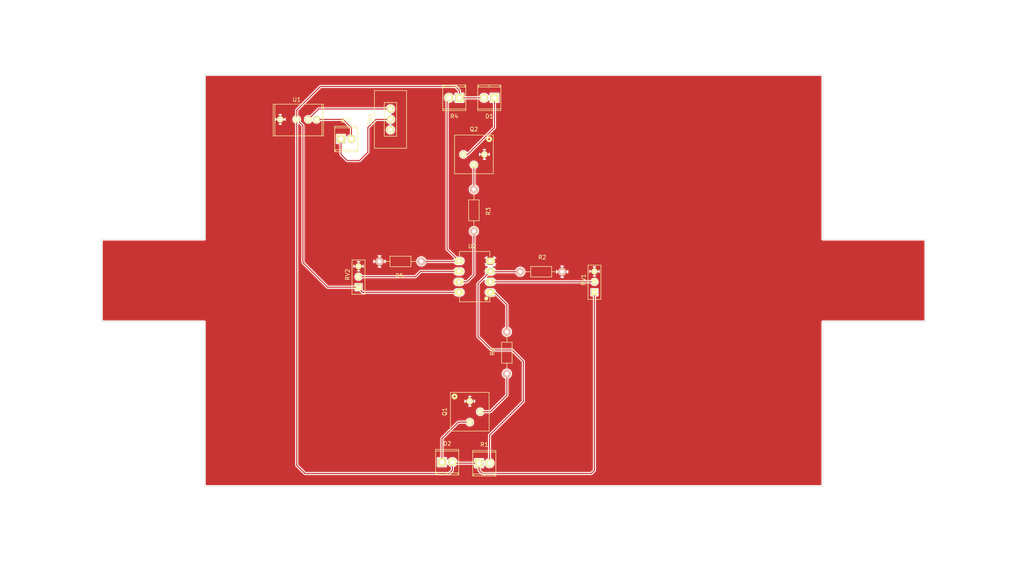
<source format=kicad_pcb>
(kicad_pcb (version 4) (host pcbnew 4.0.2+dfsg1-stable)

  (general
    (links 29)
    (no_connects 0)
    (area 19 27 267.500001 163.500001)
    (thickness 1.6)
    (drawings 12)
    (tracks 78)
    (zones 0)
    (modules 16)
    (nets 17)
  )

  (page A4)
  (layers
    (0 F.Cu signal)
    (31 B.Cu signal)
    (32 B.Adhes user)
    (33 F.Adhes user)
    (34 B.Paste user)
    (35 F.Paste user)
    (36 B.SilkS user)
    (37 F.SilkS user)
    (38 B.Mask user)
    (39 F.Mask user)
    (40 Dwgs.User user)
    (41 Cmts.User user)
    (42 Eco1.User user)
    (43 Eco2.User user)
    (44 Edge.Cuts user)
    (45 Margin user)
    (46 B.CrtYd user)
    (47 F.CrtYd user)
    (48 B.Fab user)
    (49 F.Fab user)
  )

  (setup
    (last_trace_width 0.25)
    (trace_clearance 0.2)
    (zone_clearance 0.25)
    (zone_45_only no)
    (trace_min 0.2)
    (segment_width 0.2)
    (edge_width 0.15)
    (via_size 0.6)
    (via_drill 0.4)
    (via_min_size 0.4)
    (via_min_drill 0.3)
    (uvia_size 0.3)
    (uvia_drill 0.1)
    (uvias_allowed no)
    (uvia_min_size 0.2)
    (uvia_min_drill 0.1)
    (pcb_text_width 0.3)
    (pcb_text_size 1.5 1.5)
    (mod_edge_width 0.15)
    (mod_text_size 1 1)
    (mod_text_width 0.15)
    (pad_size 1.524 1.524)
    (pad_drill 0.762)
    (pad_to_mask_clearance 0.2)
    (aux_axis_origin 0 0)
    (visible_elements FFFFFF7F)
    (pcbplotparams
      (layerselection 0x00030_80000001)
      (usegerberextensions false)
      (excludeedgelayer true)
      (linewidth 0.100000)
      (plotframeref false)
      (viasonmask false)
      (mode 1)
      (useauxorigin false)
      (hpglpennumber 1)
      (hpglpenspeed 20)
      (hpglpendiameter 15)
      (hpglpenoverlay 2)
      (psnegative false)
      (psa4output false)
      (plotreference true)
      (plotvalue true)
      (plotinvisibletext false)
      (padsonsilk false)
      (subtractmaskfromsilk false)
      (outputformat 1)
      (mirror false)
      (drillshape 1)
      (scaleselection 1)
      (outputdirectory ""))
  )

  (net 0 "")
  (net 1 "Net-(BT1-Pad2)")
  (net 2 "Net-(BT1-Pad1)")
  (net 3 "Net-(D1-Pad2)")
  (net 4 "Net-(D1-Pad1)")
  (net 5 "Net-(D2-Pad1)")
  (net 6 "Net-(Q1-Pad2)")
  (net 7 "Net-(Q2-Pad2)")
  (net 8 "Net-(R1-Pad2)")
  (net 9 "Net-(R3-Pad2)")
  (net 10 "Net-(R4-Pad2)")
  (net 11 "Net-(R6-Pad2)")
  (net 12 "Net-(RV1-Pad2)")
  (net 13 "Net-(RV2-Pad2)")
  (net 14 "Net-(SW1-Pad1)")
  (net 15 "Net-(SW1-Pad3)")
  (net 16 GND)

  (net_class Default "This is the default net class."
    (clearance 0.2)
    (trace_width 0.25)
    (via_dia 0.6)
    (via_drill 0.4)
    (uvia_dia 0.3)
    (uvia_drill 0.1)
    (add_net GND)
    (add_net "Net-(BT1-Pad1)")
    (add_net "Net-(BT1-Pad2)")
    (add_net "Net-(D1-Pad1)")
    (add_net "Net-(D1-Pad2)")
    (add_net "Net-(D2-Pad1)")
    (add_net "Net-(Q1-Pad2)")
    (add_net "Net-(Q2-Pad2)")
    (add_net "Net-(R1-Pad2)")
    (add_net "Net-(R3-Pad2)")
    (add_net "Net-(R4-Pad2)")
    (add_net "Net-(R6-Pad2)")
    (add_net "Net-(RV1-Pad2)")
    (add_net "Net-(RV2-Pad2)")
    (add_net "Net-(SW1-Pad1)")
    (add_net "Net-(SW1-Pad3)")
  )

  (module optojig-footprints:TerminalBlock_Buchanan_2way (layer F.Cu) (tedit 5AFC4D17) (tstamp 5AFD90FA)
    (at 101.75 60.75)
    (descr "2-way 2.54mm pitch terminal block, Phoenix MPT series")
    (path /5AF87C1E)
    (fp_text reference BT1 (at 1.27 -4.50088) (layer F.SilkS)
      (effects (font (size 1 1) (thickness 0.15)))
    )
    (fp_text value Battery_Cell (at 1.27 4.50088) (layer F.Fab)
      (effects (font (size 1 1) (thickness 0.15)))
    )
    (fp_line (start -1.7 -3.3) (end 4.3 -3.3) (layer F.CrtYd) (width 0.05))
    (fp_line (start -1.7 3.3) (end -1.7 -3.3) (layer F.CrtYd) (width 0.05))
    (fp_line (start 4.3 3.3) (end -1.7 3.3) (layer F.CrtYd) (width 0.05))
    (fp_line (start 4.3 -3.3) (end 4.3 3.3) (layer F.CrtYd) (width 0.05))
    (fp_line (start 4.06908 2.60096) (end -1.52908 2.60096) (layer F.SilkS) (width 0.15))
    (fp_line (start -1.33096 3.0988) (end -1.33096 2.60096) (layer F.SilkS) (width 0.15))
    (fp_line (start 3.87096 2.60096) (end 3.87096 3.0988) (layer F.SilkS) (width 0.15))
    (fp_line (start 1.27 3.0988) (end 1.27 2.60096) (layer F.SilkS) (width 0.15))
    (fp_line (start -1.52908 -2.70002) (end 4.06908 -2.70002) (layer F.SilkS) (width 0.15))
    (fp_line (start -1.52908 3.0988) (end 4.06908 3.0988) (layer F.SilkS) (width 0.15))
    (fp_line (start 4.06908 3.0988) (end 4.06908 -3.0988) (layer F.SilkS) (width 0.15))
    (fp_line (start 4.06908 -3.0988) (end -1.52908 -3.0988) (layer F.SilkS) (width 0.15))
    (fp_line (start -1.52908 -3.0988) (end -1.52908 3.0988) (layer F.SilkS) (width 0.15))
    (pad 2 thru_hole oval (at 2.54 0) (size 1.99898 1.99898) (drill 1.09728) (layers *.Cu *.Mask F.SilkS)
      (net 1 "Net-(BT1-Pad2)"))
    (pad 1 thru_hole rect (at 0 0) (size 1.99898 1.99898) (drill 1.09728) (layers *.Cu *.Mask F.SilkS)
      (net 2 "Net-(BT1-Pad1)"))
    (model Terminal_Blocks.3dshapes/TerminalBlock_Pheonix_MPT-2.54mm_2pol.wrl
      (at (xyz 0.05 0 0))
      (scale (xyz 1 1 1))
      (rotate (xyz 0 0 0))
    )
  )

  (module optojig-footprints:TerminalBlock_Buchanan_2way (layer F.Cu) (tedit 5AFC4D17) (tstamp 5AFD910D)
    (at 139 50.75 180)
    (descr "2-way 2.54mm pitch terminal block, Phoenix MPT series")
    (path /5AF87A5A)
    (fp_text reference D1 (at 1.27 -4.50088 180) (layer F.SilkS)
      (effects (font (size 1 1) (thickness 0.15)))
    )
    (fp_text value LED (at 1.27 4.50088 180) (layer F.Fab)
      (effects (font (size 1 1) (thickness 0.15)))
    )
    (fp_line (start -1.7 -3.3) (end 4.3 -3.3) (layer F.CrtYd) (width 0.05))
    (fp_line (start -1.7 3.3) (end -1.7 -3.3) (layer F.CrtYd) (width 0.05))
    (fp_line (start 4.3 3.3) (end -1.7 3.3) (layer F.CrtYd) (width 0.05))
    (fp_line (start 4.3 -3.3) (end 4.3 3.3) (layer F.CrtYd) (width 0.05))
    (fp_line (start 4.06908 2.60096) (end -1.52908 2.60096) (layer F.SilkS) (width 0.15))
    (fp_line (start -1.33096 3.0988) (end -1.33096 2.60096) (layer F.SilkS) (width 0.15))
    (fp_line (start 3.87096 2.60096) (end 3.87096 3.0988) (layer F.SilkS) (width 0.15))
    (fp_line (start 1.27 3.0988) (end 1.27 2.60096) (layer F.SilkS) (width 0.15))
    (fp_line (start -1.52908 -2.70002) (end 4.06908 -2.70002) (layer F.SilkS) (width 0.15))
    (fp_line (start -1.52908 3.0988) (end 4.06908 3.0988) (layer F.SilkS) (width 0.15))
    (fp_line (start 4.06908 3.0988) (end 4.06908 -3.0988) (layer F.SilkS) (width 0.15))
    (fp_line (start 4.06908 -3.0988) (end -1.52908 -3.0988) (layer F.SilkS) (width 0.15))
    (fp_line (start -1.52908 -3.0988) (end -1.52908 3.0988) (layer F.SilkS) (width 0.15))
    (pad 2 thru_hole oval (at 2.54 0 180) (size 1.99898 1.99898) (drill 1.09728) (layers *.Cu *.Mask F.SilkS)
      (net 3 "Net-(D1-Pad2)"))
    (pad 1 thru_hole rect (at 0 0 180) (size 1.99898 1.99898) (drill 1.09728) (layers *.Cu *.Mask F.SilkS)
      (net 4 "Net-(D1-Pad1)"))
    (model Terminal_Blocks.3dshapes/TerminalBlock_Pheonix_MPT-2.54mm_2pol.wrl
      (at (xyz 0.05 0 0))
      (scale (xyz 1 1 1))
      (rotate (xyz 0 0 0))
    )
  )

  (module optojig-footprints:TerminalBlock_Buchanan_2way (layer F.Cu) (tedit 5AFC4D17) (tstamp 5AFD9120)
    (at 126.25 139.25)
    (descr "2-way 2.54mm pitch terminal block, Phoenix MPT series")
    (path /5AFB1731)
    (fp_text reference D2 (at 1.27 -4.50088) (layer F.SilkS)
      (effects (font (size 1 1) (thickness 0.15)))
    )
    (fp_text value LED (at 1.27 4.50088) (layer F.Fab)
      (effects (font (size 1 1) (thickness 0.15)))
    )
    (fp_line (start -1.7 -3.3) (end 4.3 -3.3) (layer F.CrtYd) (width 0.05))
    (fp_line (start -1.7 3.3) (end -1.7 -3.3) (layer F.CrtYd) (width 0.05))
    (fp_line (start 4.3 3.3) (end -1.7 3.3) (layer F.CrtYd) (width 0.05))
    (fp_line (start 4.3 -3.3) (end 4.3 3.3) (layer F.CrtYd) (width 0.05))
    (fp_line (start 4.06908 2.60096) (end -1.52908 2.60096) (layer F.SilkS) (width 0.15))
    (fp_line (start -1.33096 3.0988) (end -1.33096 2.60096) (layer F.SilkS) (width 0.15))
    (fp_line (start 3.87096 2.60096) (end 3.87096 3.0988) (layer F.SilkS) (width 0.15))
    (fp_line (start 1.27 3.0988) (end 1.27 2.60096) (layer F.SilkS) (width 0.15))
    (fp_line (start -1.52908 -2.70002) (end 4.06908 -2.70002) (layer F.SilkS) (width 0.15))
    (fp_line (start -1.52908 3.0988) (end 4.06908 3.0988) (layer F.SilkS) (width 0.15))
    (fp_line (start 4.06908 3.0988) (end 4.06908 -3.0988) (layer F.SilkS) (width 0.15))
    (fp_line (start 4.06908 -3.0988) (end -1.52908 -3.0988) (layer F.SilkS) (width 0.15))
    (fp_line (start -1.52908 -3.0988) (end -1.52908 3.0988) (layer F.SilkS) (width 0.15))
    (pad 2 thru_hole oval (at 2.54 0) (size 1.99898 1.99898) (drill 1.09728) (layers *.Cu *.Mask F.SilkS)
      (net 3 "Net-(D1-Pad2)"))
    (pad 1 thru_hole rect (at 0 0) (size 1.99898 1.99898) (drill 1.09728) (layers *.Cu *.Mask F.SilkS)
      (net 5 "Net-(D2-Pad1)"))
    (model Terminal_Blocks.3dshapes/TerminalBlock_Pheonix_MPT-2.54mm_2pol.wrl
      (at (xyz 0.05 0 0))
      (scale (xyz 1 1 1))
      (rotate (xyz 0 0 0))
    )
  )

  (module optojig-footprints:TO-39 (layer F.Cu) (tedit 5AFD3FF7) (tstamp 5AFD912C)
    (at 133 127 270)
    (path /5AFD3DB0)
    (fp_text reference Q1 (at 0 6.1 270) (layer F.SilkS)
      (effects (font (size 1 1) (thickness 0.15)))
    )
    (fp_text value 2N2219 (at 0.1 -5.9 270) (layer F.Fab)
      (effects (font (size 1 1) (thickness 0.15)))
    )
    (fp_circle (center -3.7 3.7) (end -3.6 3.9) (layer F.SilkS) (width 0.5))
    (fp_line (start 4.7 -4.7) (end 4.7 4.7) (layer F.SilkS) (width 0.15))
    (fp_line (start 4.7 4.7) (end -4.7 4.7) (layer F.SilkS) (width 0.15))
    (fp_line (start -4.7 4.7) (end -4.7 -4.7) (layer F.SilkS) (width 0.15))
    (fp_line (start -4.7 -4.7) (end 4.7 -4.7) (layer F.SilkS) (width 0.15))
    (pad 1 thru_hole circle (at -2.54 0 270) (size 1.6 1.6) (drill 0.7) (layers *.Cu *.Mask F.SilkS)
      (net 16 GND))
    (pad 2 thru_hole circle (at 0 -2.54 270) (size 1.6 1.6) (drill 0.7) (layers *.Cu *.Mask F.SilkS)
      (net 6 "Net-(Q1-Pad2)"))
    (pad 3 thru_hole circle (at 2.54 0 270) (size 1.6 1.6) (drill 0.7) (layers *.Cu *.Mask F.SilkS)
      (net 5 "Net-(D2-Pad1)"))
  )

  (module optojig-footprints:TO-39 (layer F.Cu) (tedit 5AFD3FF7) (tstamp 5AFD9138)
    (at 134 64.5 180)
    (path /5AFD3E31)
    (fp_text reference Q2 (at 0 6.1 180) (layer F.SilkS)
      (effects (font (size 1 1) (thickness 0.15)))
    )
    (fp_text value 2N2219 (at 0.1 -5.9 180) (layer F.Fab)
      (effects (font (size 1 1) (thickness 0.15)))
    )
    (fp_circle (center -3.7 3.7) (end -3.6 3.9) (layer F.SilkS) (width 0.5))
    (fp_line (start 4.7 -4.7) (end 4.7 4.7) (layer F.SilkS) (width 0.15))
    (fp_line (start 4.7 4.7) (end -4.7 4.7) (layer F.SilkS) (width 0.15))
    (fp_line (start -4.7 4.7) (end -4.7 -4.7) (layer F.SilkS) (width 0.15))
    (fp_line (start -4.7 -4.7) (end 4.7 -4.7) (layer F.SilkS) (width 0.15))
    (pad 1 thru_hole circle (at -2.54 0 180) (size 1.6 1.6) (drill 0.7) (layers *.Cu *.Mask F.SilkS)
      (net 16 GND))
    (pad 2 thru_hole circle (at 0 -2.54 180) (size 1.6 1.6) (drill 0.7) (layers *.Cu *.Mask F.SilkS)
      (net 7 "Net-(Q2-Pad2)"))
    (pad 3 thru_hole circle (at 2.54 0 180) (size 1.6 1.6) (drill 0.7) (layers *.Cu *.Mask F.SilkS)
      (net 4 "Net-(D1-Pad1)"))
  )

  (module optojig-footprints:TerminalBlock_Buchanan_2way (layer F.Cu) (tedit 5AFC4D17) (tstamp 5AFD914B)
    (at 135.25 139.5)
    (descr "2-way 2.54mm pitch terminal block, Phoenix MPT series")
    (path /5AF8784F)
    (fp_text reference R1 (at 1.27 -4.50088) (layer F.SilkS)
      (effects (font (size 1 1) (thickness 0.15)))
    )
    (fp_text value LDR03 (at 1.27 4.50088) (layer F.Fab)
      (effects (font (size 1 1) (thickness 0.15)))
    )
    (fp_line (start -1.7 -3.3) (end 4.3 -3.3) (layer F.CrtYd) (width 0.05))
    (fp_line (start -1.7 3.3) (end -1.7 -3.3) (layer F.CrtYd) (width 0.05))
    (fp_line (start 4.3 3.3) (end -1.7 3.3) (layer F.CrtYd) (width 0.05))
    (fp_line (start 4.3 -3.3) (end 4.3 3.3) (layer F.CrtYd) (width 0.05))
    (fp_line (start 4.06908 2.60096) (end -1.52908 2.60096) (layer F.SilkS) (width 0.15))
    (fp_line (start -1.33096 3.0988) (end -1.33096 2.60096) (layer F.SilkS) (width 0.15))
    (fp_line (start 3.87096 2.60096) (end 3.87096 3.0988) (layer F.SilkS) (width 0.15))
    (fp_line (start 1.27 3.0988) (end 1.27 2.60096) (layer F.SilkS) (width 0.15))
    (fp_line (start -1.52908 -2.70002) (end 4.06908 -2.70002) (layer F.SilkS) (width 0.15))
    (fp_line (start -1.52908 3.0988) (end 4.06908 3.0988) (layer F.SilkS) (width 0.15))
    (fp_line (start 4.06908 3.0988) (end 4.06908 -3.0988) (layer F.SilkS) (width 0.15))
    (fp_line (start 4.06908 -3.0988) (end -1.52908 -3.0988) (layer F.SilkS) (width 0.15))
    (fp_line (start -1.52908 -3.0988) (end -1.52908 3.0988) (layer F.SilkS) (width 0.15))
    (pad 2 thru_hole oval (at 2.54 0) (size 1.99898 1.99898) (drill 1.09728) (layers *.Cu *.Mask F.SilkS)
      (net 8 "Net-(R1-Pad2)"))
    (pad 1 thru_hole rect (at 0 0) (size 1.99898 1.99898) (drill 1.09728) (layers *.Cu *.Mask F.SilkS)
      (net 3 "Net-(D1-Pad2)"))
    (model Terminal_Blocks.3dshapes/TerminalBlock_Pheonix_MPT-2.54mm_2pol.wrl
      (at (xyz 0.05 0 0))
      (scale (xyz 1 1 1))
      (rotate (xyz 0 0 0))
    )
  )

  (module Resistors_ThroughHole:Resistor_Horizontal_RM10mm (layer F.Cu) (tedit 56648415) (tstamp 5AFD9151)
    (at 145.25 93)
    (descr "Resistor, Axial,  RM 10mm, 1/3W")
    (tags "Resistor Axial RM 10mm 1/3W")
    (path /5AF877B1)
    (fp_text reference R2 (at 5.32892 -3.50012) (layer F.SilkS)
      (effects (font (size 1 1) (thickness 0.15)))
    )
    (fp_text value 680R (at 5.08 3.81) (layer F.Fab)
      (effects (font (size 1 1) (thickness 0.15)))
    )
    (fp_line (start -1.25 -1.5) (end 11.4 -1.5) (layer F.CrtYd) (width 0.05))
    (fp_line (start -1.25 1.5) (end -1.25 -1.5) (layer F.CrtYd) (width 0.05))
    (fp_line (start 11.4 -1.5) (end 11.4 1.5) (layer F.CrtYd) (width 0.05))
    (fp_line (start -1.25 1.5) (end 11.4 1.5) (layer F.CrtYd) (width 0.05))
    (fp_line (start 2.54 -1.27) (end 7.62 -1.27) (layer F.SilkS) (width 0.15))
    (fp_line (start 7.62 -1.27) (end 7.62 1.27) (layer F.SilkS) (width 0.15))
    (fp_line (start 7.62 1.27) (end 2.54 1.27) (layer F.SilkS) (width 0.15))
    (fp_line (start 2.54 1.27) (end 2.54 -1.27) (layer F.SilkS) (width 0.15))
    (fp_line (start 2.54 0) (end 1.27 0) (layer F.SilkS) (width 0.15))
    (fp_line (start 7.62 0) (end 8.89 0) (layer F.SilkS) (width 0.15))
    (pad 1 thru_hole circle (at 0 0) (size 1.99898 1.99898) (drill 1.00076) (layers *.Cu *.SilkS *.Mask)
      (net 8 "Net-(R1-Pad2)"))
    (pad 2 thru_hole circle (at 10.16 0) (size 1.99898 1.99898) (drill 1.00076) (layers *.Cu *.SilkS *.Mask)
      (net 16 GND))
    (model Resistors_ThroughHole.3dshapes/Resistor_Horizontal_RM10mm.wrl
      (at (xyz 0 0 0))
      (scale (xyz 0.4 0.4 0.4))
      (rotate (xyz 0 0 0))
    )
  )

  (module Resistors_ThroughHole:Resistor_Horizontal_RM10mm (layer F.Cu) (tedit 56648415) (tstamp 5AFD9157)
    (at 134 73 270)
    (descr "Resistor, Axial,  RM 10mm, 1/3W")
    (tags "Resistor Axial RM 10mm 1/3W")
    (path /5AF879E1)
    (fp_text reference R3 (at 5.32892 -3.50012 270) (layer F.SilkS)
      (effects (font (size 1 1) (thickness 0.15)))
    )
    (fp_text value 1k (at 5.08 3.81 270) (layer F.Fab)
      (effects (font (size 1 1) (thickness 0.15)))
    )
    (fp_line (start -1.25 -1.5) (end 11.4 -1.5) (layer F.CrtYd) (width 0.05))
    (fp_line (start -1.25 1.5) (end -1.25 -1.5) (layer F.CrtYd) (width 0.05))
    (fp_line (start 11.4 -1.5) (end 11.4 1.5) (layer F.CrtYd) (width 0.05))
    (fp_line (start -1.25 1.5) (end 11.4 1.5) (layer F.CrtYd) (width 0.05))
    (fp_line (start 2.54 -1.27) (end 7.62 -1.27) (layer F.SilkS) (width 0.15))
    (fp_line (start 7.62 -1.27) (end 7.62 1.27) (layer F.SilkS) (width 0.15))
    (fp_line (start 7.62 1.27) (end 2.54 1.27) (layer F.SilkS) (width 0.15))
    (fp_line (start 2.54 1.27) (end 2.54 -1.27) (layer F.SilkS) (width 0.15))
    (fp_line (start 2.54 0) (end 1.27 0) (layer F.SilkS) (width 0.15))
    (fp_line (start 7.62 0) (end 8.89 0) (layer F.SilkS) (width 0.15))
    (pad 1 thru_hole circle (at 0 0 270) (size 1.99898 1.99898) (drill 1.00076) (layers *.Cu *.SilkS *.Mask)
      (net 7 "Net-(Q2-Pad2)"))
    (pad 2 thru_hole circle (at 10.16 0 270) (size 1.99898 1.99898) (drill 1.00076) (layers *.Cu *.SilkS *.Mask)
      (net 9 "Net-(R3-Pad2)"))
    (model Resistors_ThroughHole.3dshapes/Resistor_Horizontal_RM10mm.wrl
      (at (xyz 0 0 0))
      (scale (xyz 0.4 0.4 0.4))
      (rotate (xyz 0 0 0))
    )
  )

  (module optojig-footprints:TerminalBlock_Buchanan_2way (layer F.Cu) (tedit 5AFC4D17) (tstamp 5AFD916A)
    (at 130.5 50.75 180)
    (descr "2-way 2.54mm pitch terminal block, Phoenix MPT series")
    (path /5AF88644)
    (fp_text reference R4 (at 1.27 -4.50088 180) (layer F.SilkS)
      (effects (font (size 1 1) (thickness 0.15)))
    )
    (fp_text value LDR03 (at 1.27 4.50088 180) (layer F.Fab)
      (effects (font (size 1 1) (thickness 0.15)))
    )
    (fp_line (start -1.7 -3.3) (end 4.3 -3.3) (layer F.CrtYd) (width 0.05))
    (fp_line (start -1.7 3.3) (end -1.7 -3.3) (layer F.CrtYd) (width 0.05))
    (fp_line (start 4.3 3.3) (end -1.7 3.3) (layer F.CrtYd) (width 0.05))
    (fp_line (start 4.3 -3.3) (end 4.3 3.3) (layer F.CrtYd) (width 0.05))
    (fp_line (start 4.06908 2.60096) (end -1.52908 2.60096) (layer F.SilkS) (width 0.15))
    (fp_line (start -1.33096 3.0988) (end -1.33096 2.60096) (layer F.SilkS) (width 0.15))
    (fp_line (start 3.87096 2.60096) (end 3.87096 3.0988) (layer F.SilkS) (width 0.15))
    (fp_line (start 1.27 3.0988) (end 1.27 2.60096) (layer F.SilkS) (width 0.15))
    (fp_line (start -1.52908 -2.70002) (end 4.06908 -2.70002) (layer F.SilkS) (width 0.15))
    (fp_line (start -1.52908 3.0988) (end 4.06908 3.0988) (layer F.SilkS) (width 0.15))
    (fp_line (start 4.06908 3.0988) (end 4.06908 -3.0988) (layer F.SilkS) (width 0.15))
    (fp_line (start 4.06908 -3.0988) (end -1.52908 -3.0988) (layer F.SilkS) (width 0.15))
    (fp_line (start -1.52908 -3.0988) (end -1.52908 3.0988) (layer F.SilkS) (width 0.15))
    (pad 2 thru_hole oval (at 2.54 0 180) (size 1.99898 1.99898) (drill 1.09728) (layers *.Cu *.Mask F.SilkS)
      (net 10 "Net-(R4-Pad2)"))
    (pad 1 thru_hole rect (at 0 0 180) (size 1.99898 1.99898) (drill 1.09728) (layers *.Cu *.Mask F.SilkS)
      (net 3 "Net-(D1-Pad2)"))
    (model Terminal_Blocks.3dshapes/TerminalBlock_Pheonix_MPT-2.54mm_2pol.wrl
      (at (xyz 0.05 0 0))
      (scale (xyz 1 1 1))
      (rotate (xyz 0 0 0))
    )
  )

  (module Resistors_ThroughHole:Resistor_Horizontal_RM10mm (layer F.Cu) (tedit 56648415) (tstamp 5AFD9170)
    (at 121.25 90.5 180)
    (descr "Resistor, Axial,  RM 10mm, 1/3W")
    (tags "Resistor Axial RM 10mm 1/3W")
    (path /5AF8863E)
    (fp_text reference R5 (at 5.32892 -3.50012 180) (layer F.SilkS)
      (effects (font (size 1 1) (thickness 0.15)))
    )
    (fp_text value 680R (at 5.08 3.81 180) (layer F.Fab)
      (effects (font (size 1 1) (thickness 0.15)))
    )
    (fp_line (start -1.25 -1.5) (end 11.4 -1.5) (layer F.CrtYd) (width 0.05))
    (fp_line (start -1.25 1.5) (end -1.25 -1.5) (layer F.CrtYd) (width 0.05))
    (fp_line (start 11.4 -1.5) (end 11.4 1.5) (layer F.CrtYd) (width 0.05))
    (fp_line (start -1.25 1.5) (end 11.4 1.5) (layer F.CrtYd) (width 0.05))
    (fp_line (start 2.54 -1.27) (end 7.62 -1.27) (layer F.SilkS) (width 0.15))
    (fp_line (start 7.62 -1.27) (end 7.62 1.27) (layer F.SilkS) (width 0.15))
    (fp_line (start 7.62 1.27) (end 2.54 1.27) (layer F.SilkS) (width 0.15))
    (fp_line (start 2.54 1.27) (end 2.54 -1.27) (layer F.SilkS) (width 0.15))
    (fp_line (start 2.54 0) (end 1.27 0) (layer F.SilkS) (width 0.15))
    (fp_line (start 7.62 0) (end 8.89 0) (layer F.SilkS) (width 0.15))
    (pad 1 thru_hole circle (at 0 0 180) (size 1.99898 1.99898) (drill 1.00076) (layers *.Cu *.SilkS *.Mask)
      (net 10 "Net-(R4-Pad2)"))
    (pad 2 thru_hole circle (at 10.16 0 180) (size 1.99898 1.99898) (drill 1.00076) (layers *.Cu *.SilkS *.Mask)
      (net 16 GND))
    (model Resistors_ThroughHole.3dshapes/Resistor_Horizontal_RM10mm.wrl
      (at (xyz 0 0 0))
      (scale (xyz 0.4 0.4 0.4))
      (rotate (xyz 0 0 0))
    )
  )

  (module Resistors_ThroughHole:Resistor_Horizontal_RM10mm (layer F.Cu) (tedit 56648415) (tstamp 5AFD9176)
    (at 142 117.75 90)
    (descr "Resistor, Axial,  RM 10mm, 1/3W")
    (tags "Resistor Axial RM 10mm 1/3W")
    (path /5AFB172B)
    (fp_text reference R6 (at 5.32892 -3.50012 90) (layer F.SilkS)
      (effects (font (size 1 1) (thickness 0.15)))
    )
    (fp_text value 1k (at 5.08 3.81 90) (layer F.Fab)
      (effects (font (size 1 1) (thickness 0.15)))
    )
    (fp_line (start -1.25 -1.5) (end 11.4 -1.5) (layer F.CrtYd) (width 0.05))
    (fp_line (start -1.25 1.5) (end -1.25 -1.5) (layer F.CrtYd) (width 0.05))
    (fp_line (start 11.4 -1.5) (end 11.4 1.5) (layer F.CrtYd) (width 0.05))
    (fp_line (start -1.25 1.5) (end 11.4 1.5) (layer F.CrtYd) (width 0.05))
    (fp_line (start 2.54 -1.27) (end 7.62 -1.27) (layer F.SilkS) (width 0.15))
    (fp_line (start 7.62 -1.27) (end 7.62 1.27) (layer F.SilkS) (width 0.15))
    (fp_line (start 7.62 1.27) (end 2.54 1.27) (layer F.SilkS) (width 0.15))
    (fp_line (start 2.54 1.27) (end 2.54 -1.27) (layer F.SilkS) (width 0.15))
    (fp_line (start 2.54 0) (end 1.27 0) (layer F.SilkS) (width 0.15))
    (fp_line (start 7.62 0) (end 8.89 0) (layer F.SilkS) (width 0.15))
    (pad 1 thru_hole circle (at 0 0 90) (size 1.99898 1.99898) (drill 1.00076) (layers *.Cu *.SilkS *.Mask)
      (net 6 "Net-(Q1-Pad2)"))
    (pad 2 thru_hole circle (at 10.16 0 90) (size 1.99898 1.99898) (drill 1.00076) (layers *.Cu *.SilkS *.Mask)
      (net 11 "Net-(R6-Pad2)"))
    (model Resistors_ThroughHole.3dshapes/Resistor_Horizontal_RM10mm.wrl
      (at (xyz 0 0 0))
      (scale (xyz 0.4 0.4 0.4))
      (rotate (xyz 0 0 0))
    )
  )

  (module optojig-footprints:Vishay_Trimmer_Through_Hole_2.54mm (layer F.Cu) (tedit 5AFC5186) (tstamp 5AFD9181)
    (at 163.25 98 90)
    (path /5AF878F9)
    (fp_text reference RV1 (at 3.05 -2.65 90) (layer F.SilkS)
      (effects (font (size 1 1) (thickness 0.15)))
    )
    (fp_text value POT (at 2.33 2.74 90) (layer F.Fab)
      (effects (font (size 1 1) (thickness 0.15)))
    )
    (fp_line (start -1.7 -1.57) (end 6.6 -1.57) (layer F.SilkS) (width 0.15))
    (fp_line (start 6.605 -1.57) (end 6.605 1.57) (layer F.SilkS) (width 0.15))
    (fp_line (start 6.6 1.57) (end -1.7 1.57) (layer F.SilkS) (width 0.15))
    (fp_line (start -1.725 -1.57) (end -1.725 1.57) (layer F.SilkS) (width 0.15))
    (pad 3 thru_hole circle (at 5.08 0 90) (size 1.51 1.51) (drill 0.6) (layers *.Cu *.Mask F.SilkS)
      (net 16 GND))
    (pad 1 thru_hole rect (at 0 0 90) (size 1.51 1.51) (drill 0.6) (layers *.Cu *.Mask F.SilkS)
      (net 3 "Net-(D1-Pad2)"))
    (pad 2 thru_hole circle (at 2.54 0 90) (size 1.51 1.51) (drill 0.6) (layers *.Cu *.Mask F.SilkS)
      (net 12 "Net-(RV1-Pad2)"))
  )

  (module optojig-footprints:Vishay_Trimmer_Through_Hole_2.54mm (layer F.Cu) (tedit 5AFC5186) (tstamp 5AFD918C)
    (at 106 96.75 90)
    (path /5AF8864A)
    (fp_text reference RV2 (at 3.05 -2.65 90) (layer F.SilkS)
      (effects (font (size 1 1) (thickness 0.15)))
    )
    (fp_text value POT (at 2.33 2.74 90) (layer F.Fab)
      (effects (font (size 1 1) (thickness 0.15)))
    )
    (fp_line (start -1.7 -1.57) (end 6.6 -1.57) (layer F.SilkS) (width 0.15))
    (fp_line (start 6.605 -1.57) (end 6.605 1.57) (layer F.SilkS) (width 0.15))
    (fp_line (start 6.6 1.57) (end -1.7 1.57) (layer F.SilkS) (width 0.15))
    (fp_line (start -1.725 -1.57) (end -1.725 1.57) (layer F.SilkS) (width 0.15))
    (pad 3 thru_hole circle (at 5.08 0 90) (size 1.51 1.51) (drill 0.6) (layers *.Cu *.Mask F.SilkS)
      (net 16 GND))
    (pad 1 thru_hole rect (at 0 0 90) (size 1.51 1.51) (drill 0.6) (layers *.Cu *.Mask F.SilkS)
      (net 3 "Net-(D1-Pad2)"))
    (pad 2 thru_hole circle (at 2.54 0 90) (size 1.51 1.51) (drill 0.6) (layers *.Cu *.Mask F.SilkS)
      (net 13 "Net-(RV2-Pad2)"))
  )

  (module optojig-footprints:SPDT_switch (layer F.Cu) (tedit 5AFD4615) (tstamp 5AFD919B)
    (at 113.75 56 270)
    (path /5AFC4CD6)
    (fp_text reference SW1 (at 0 5 270) (layer F.SilkS)
      (effects (font (size 1 1) (thickness 0.15)))
    )
    (fp_text value Switch_SPDT_x2 (at 0 -5 270) (layer F.Fab)
      (effects (font (size 1 1) (thickness 0.15)))
    )
    (fp_line (start -4.1 -1.5) (end 4.1 -1.5) (layer F.SilkS) (width 0.15))
    (fp_line (start 4.1 -1.5) (end 4.1 1.5) (layer F.SilkS) (width 0.15))
    (fp_line (start 4.1 1.5) (end -4.1 1.5) (layer F.SilkS) (width 0.15))
    (fp_line (start -4.1 1.5) (end -4.1 -1.5) (layer F.SilkS) (width 0.15))
    (fp_line (start -7 -3.9) (end 7 -3.9) (layer F.SilkS) (width 0.15))
    (fp_line (start 7 -3.9) (end 7 3.9) (layer F.SilkS) (width 0.15))
    (fp_line (start 7 3.9) (end -7 3.9) (layer F.SilkS) (width 0.15))
    (fp_line (start -7 3.9) (end -7 -3.9) (layer F.SilkS) (width 0.15))
    (pad 1 thru_hole circle (at -2.54 0 270) (size 1.8 1.8) (drill 0.9) (layers *.Cu *.Mask F.SilkS)
      (net 14 "Net-(SW1-Pad1)"))
    (pad 2 thru_hole circle (at 0 0 270) (size 1.8 1.8) (drill 0.9) (layers *.Cu *.Mask F.SilkS)
      (net 2 "Net-(BT1-Pad1)"))
    (pad 3 thru_hole circle (at 2.54 0 270) (size 1.8 1.8) (drill 0.9) (layers *.Cu *.Mask F.SilkS)
      (net 15 "Net-(SW1-Pad3)"))
  )

  (module optojig-footprints:TRN_1-0510 (layer F.Cu) (tedit 5AFD8A22) (tstamp 5AFD91A9)
    (at 91 56 180)
    (path /5AF873A9)
    (fp_text reference U1 (at 0 4.8 180) (layer F.SilkS)
      (effects (font (size 1 1) (thickness 0.15)))
    )
    (fp_text value TRN1-0510 (at 0 -5 180) (layer F.Fab)
      (effects (font (size 1 1) (thickness 0.15)))
    )
    (fp_line (start 5.3 -4) (end 5.3 3.7) (layer F.SilkS) (width 0.15))
    (fp_line (start -6.1 -4) (end -6.1 3.7) (layer F.SilkS) (width 0.15))
    (fp_line (start -6.5 -4) (end 5.7 -4) (layer F.SilkS) (width 0.15))
    (fp_line (start 5.7 -4) (end 5.7 3.7) (layer F.SilkS) (width 0.15))
    (fp_line (start 5.7 3.7) (end -6.5 3.7) (layer F.SilkS) (width 0.15))
    (fp_line (start -6.5 3.7) (end -6.5 -4) (layer F.SilkS) (width 0.15))
    (pad 1 thru_hole circle (at -4.8 0 180) (size 1.6 1.6) (drill 0.762) (layers *.Cu *.Mask F.SilkS)
      (net 1 "Net-(BT1-Pad2)"))
    (pad 2 thru_hole circle (at -2.8 0 180) (size 1.6 1.6) (drill 0.762) (layers *.Cu *.Mask F.SilkS)
      (net 14 "Net-(SW1-Pad1)"))
    (pad 3 thru_hole circle (at 0 0 180) (size 1.6 1.6) (drill 0.762) (layers *.Cu *.Mask F.SilkS)
      (net 3 "Net-(D1-Pad2)"))
    (pad 5 thru_hole circle (at 4 0 180) (size 1.6 1.6) (drill 0.762) (layers *.Cu *.Mask F.SilkS)
      (net 16 GND))
  )

  (module optojig-footprints:DIP-8_W7.62mm_LongPads (layer F.Cu) (tedit 5AFD8C5E) (tstamp 5AFD91B6)
    (at 138 98 180)
    (descr "8-lead dip package, row spacing 7.62 mm (300 mils), longer pads")
    (tags "dil dip 2.54 300")
    (path /5AF862C9)
    (fp_text reference U2 (at 4.4 11.2 180) (layer F.SilkS)
      (effects (font (size 1 1) (thickness 0.15)))
    )
    (fp_text value LM358 (at 4.4 -3.5 180) (layer F.Fab)
      (effects (font (size 1 1) (thickness 0.15)))
    )
    (fp_circle (center 1 -1.5) (end 1 -1.25) (layer F.SilkS) (width 0.5))
    (fp_line (start -1.4 -2.45) (end -1.4 10.1) (layer F.CrtYd) (width 0.05))
    (fp_line (start 9 -2.45) (end 9 10.1) (layer F.CrtYd) (width 0.05))
    (fp_line (start -1.4 -2.45) (end 9 -2.45) (layer F.CrtYd) (width 0.05))
    (fp_line (start -1.4 10.1) (end 9 10.1) (layer F.CrtYd) (width 0.05))
    (fp_line (start 0.135 -2.295) (end 0.135 -1.025) (layer F.SilkS) (width 0.15))
    (fp_line (start 7.485 -2.295) (end 7.485 -1.025) (layer F.SilkS) (width 0.15))
    (fp_line (start 7.485 9.915) (end 7.485 8.645) (layer F.SilkS) (width 0.15))
    (fp_line (start 0.135 9.915) (end 0.135 8.645) (layer F.SilkS) (width 0.15))
    (fp_line (start 0.135 -2.295) (end 7.485 -2.295) (layer F.SilkS) (width 0.15))
    (fp_line (start 0.135 9.915) (end 7.485 9.915) (layer F.SilkS) (width 0.15))
    (fp_line (start 0.135 -1.025) (end -1.15 -1.025) (layer F.SilkS) (width 0.15))
    (pad 1 thru_hole oval (at 0 0 180) (size 2.3 1.6) (drill 0.8) (layers *.Cu *.Mask F.SilkS)
      (net 11 "Net-(R6-Pad2)"))
    (pad 2 thru_hole oval (at 0 2.54 180) (size 2.3 1.6) (drill 0.8) (layers *.Cu *.Mask F.SilkS)
      (net 12 "Net-(RV1-Pad2)"))
    (pad 3 thru_hole oval (at 0 5.08 180) (size 2.3 1.6) (drill 0.8) (layers *.Cu *.Mask F.SilkS)
      (net 8 "Net-(R1-Pad2)"))
    (pad 4 thru_hole oval (at 0 7.62 180) (size 2.3 1.6) (drill 0.8) (layers *.Cu *.Mask F.SilkS)
      (net 16 GND))
    (pad 5 thru_hole oval (at 7.62 7.62 180) (size 2.3 1.6) (drill 0.8) (layers *.Cu *.Mask F.SilkS)
      (net 10 "Net-(R4-Pad2)"))
    (pad 6 thru_hole oval (at 7.62 5.08 180) (size 2.3 1.6) (drill 0.8) (layers *.Cu *.Mask F.SilkS)
      (net 13 "Net-(RV2-Pad2)"))
    (pad 7 thru_hole oval (at 7.62 2.54 180) (size 2.3 1.6) (drill 0.8) (layers *.Cu *.Mask F.SilkS)
      (net 9 "Net-(R3-Pad2)"))
    (pad 8 thru_hole oval (at 7.62 0 180) (size 2.3 1.6) (drill 0.8) (layers *.Cu *.Mask F.SilkS)
      (net 3 "Net-(D1-Pad2)"))
    (model Housings_DIP.3dshapes/DIP-8_W7.62mm_LongPads.wrl
      (at (xyz 0 0 0))
      (scale (xyz 1 1 1))
      (rotate (xyz 0 0 0))
    )
  )

  (gr_line (start 68.6286 85.1239) (end 68.6286 45.1239) (layer Edge.Cuts) (width 0.1))
  (gr_line (start 43.6286 85.1239) (end 68.6286 85.1239) (layer Edge.Cuts) (width 0.1))
  (gr_line (start 43.6286 105.1239) (end 43.6286 85.1239) (layer Edge.Cuts) (width 0.1))
  (gr_line (start 68.6286 105.1239) (end 43.6286 105.1239) (layer Edge.Cuts) (width 0.1))
  (gr_line (start 68.6286 145.1239) (end 68.6286 105.1239) (layer Edge.Cuts) (width 0.1))
  (gr_line (start 218.6286 145.1239) (end 68.6286 145.1239) (layer Edge.Cuts) (width 0.1))
  (gr_line (start 218.6286 105.1239) (end 218.6286 145.1239) (layer Edge.Cuts) (width 0.1))
  (gr_line (start 243.6286 105.1239) (end 218.6286 105.1239) (layer Edge.Cuts) (width 0.1))
  (gr_line (start 243.6286 85.1239) (end 243.6286 105.1239) (layer Edge.Cuts) (width 0.1))
  (gr_line (start 218.6286 85.1239) (end 243.6286 85.1239) (layer Edge.Cuts) (width 0.1))
  (gr_line (start 218.6286 45.1239) (end 218.6286 85.1239) (layer Edge.Cuts) (width 0.1))
  (gr_line (start 68.6286 45.1239) (end 218.6286 45.1239) (layer Edge.Cuts) (width 0.1))

  (segment (start 95.8 56) (end 102.25 56) (width 0.25) (layer F.Cu) (net 1))
  (segment (start 104.29 58.04) (end 104.29 60.75) (width 0.25) (layer F.Cu) (net 1) (tstamp 5AFD97F4))
  (segment (start 102.25 56) (end 104.29 58.04) (width 0.25) (layer F.Cu) (net 1) (tstamp 5AFD97F2))
  (segment (start 101.75 60.75) (end 101.75 64.5) (width 0.25) (layer F.Cu) (net 2))
  (segment (start 110.25 56) (end 113.75 56) (width 0.25) (layer F.Cu) (net 2) (tstamp 5AFD9801))
  (segment (start 108.25 58) (end 110.25 56) (width 0.25) (layer F.Cu) (net 2) (tstamp 5AFD97FF))
  (segment (start 108.25 64) (end 108.25 58) (width 0.25) (layer F.Cu) (net 2) (tstamp 5AFD97FD))
  (segment (start 106.25 66) (end 108.25 64) (width 0.25) (layer F.Cu) (net 2) (tstamp 5AFD97FB))
  (segment (start 103.25 66) (end 106.25 66) (width 0.25) (layer F.Cu) (net 2) (tstamp 5AFD97F9))
  (segment (start 101.75 64.5) (end 103.25 66) (width 0.25) (layer F.Cu) (net 2) (tstamp 5AFD97F8))
  (segment (start 163.25 141.25) (end 163.25 98) (width 0.25) (layer F.Cu) (net 3) (tstamp 5AFD98BF))
  (segment (start 162.5 142) (end 163.25 141.25) (width 0.25) (layer F.Cu) (net 3) (tstamp 5AFD98BD))
  (segment (start 136 142) (end 162.5 142) (width 0.25) (layer F.Cu) (net 3) (tstamp 5AFD98BC))
  (segment (start 135.25 141.25) (end 136 142) (width 0.25) (layer F.Cu) (net 3) (tstamp 5AFD98BA))
  (segment (start 135.25 139.5) (end 135.25 141.25) (width 0.25) (layer F.Cu) (net 3))
  (segment (start 92.5 57.5) (end 91 56) (width 0.25) (layer F.Cu) (net 3) (tstamp 5AFD98AA))
  (segment (start 92.5 90.75) (end 92.5 57.5) (width 0.25) (layer F.Cu) (net 3) (tstamp 5AFD98A8))
  (segment (start 98.5 96.75) (end 92.5 90.75) (width 0.25) (layer F.Cu) (net 3) (tstamp 5AFD98A6))
  (segment (start 106 96.75) (end 98.5 96.75) (width 0.25) (layer F.Cu) (net 3))
  (segment (start 91 140) (end 91 56) (width 0.25) (layer F.Cu) (net 3) (tstamp 5AFD989D))
  (segment (start 93 142) (end 91 140) (width 0.25) (layer F.Cu) (net 3) (tstamp 5AFD989B))
  (segment (start 128 142) (end 93 142) (width 0.25) (layer F.Cu) (net 3) (tstamp 5AFD989A))
  (segment (start 128.79 141.21) (end 128 142) (width 0.25) (layer F.Cu) (net 3) (tstamp 5AFD9898))
  (segment (start 128.79 139.25) (end 128.79 141.21) (width 0.25) (layer F.Cu) (net 3))
  (segment (start 107 98) (end 130.38 98) (width 0.25) (layer F.Cu) (net 3) (tstamp 5AFD9894))
  (segment (start 106 97) (end 107 98) (width 0.25) (layer F.Cu) (net 3) (tstamp 5AFD9893))
  (segment (start 106 96.75) (end 106 97) (width 0.25) (layer F.Cu) (net 3))
  (segment (start 91 53.75) (end 91 56) (width 0.25) (layer F.Cu) (net 3) (tstamp 5AFD988D))
  (segment (start 96.75 48) (end 91 53.75) (width 0.25) (layer F.Cu) (net 3) (tstamp 5AFD988B))
  (segment (start 129.5 48) (end 96.75 48) (width 0.25) (layer F.Cu) (net 3) (tstamp 5AFD9889))
  (segment (start 130.5 49) (end 129.5 48) (width 0.25) (layer F.Cu) (net 3) (tstamp 5AFD9887))
  (segment (start 130.5 50.75) (end 130.5 49) (width 0.25) (layer F.Cu) (net 3))
  (segment (start 130.5 50.75) (end 136.46 50.75) (width 0.25) (layer F.Cu) (net 3))
  (segment (start 135.25 139.5) (end 129.04 139.5) (width 0.25) (layer F.Cu) (net 3))
  (segment (start 129.04 139.5) (end 128.79 139.25) (width 0.25) (layer F.Cu) (net 3) (tstamp 5AFD9795))
  (segment (start 163.25 98) (end 163.25 98.5) (width 0.25) (layer F.Cu) (net 3))
  (segment (start 139 50.75) (end 139 58) (width 0.25) (layer F.Cu) (net 4))
  (segment (start 132.5 64.5) (end 131.46 64.5) (width 0.25) (layer F.Cu) (net 4) (tstamp 5AFD987D))
  (segment (start 139 58) (end 132.5 64.5) (width 0.25) (layer F.Cu) (net 4) (tstamp 5AFD987C))
  (segment (start 139 51) (end 139.25 51.25) (width 0.25) (layer F.Cu) (net 4) (tstamp 5AFD9798))
  (segment (start 131 64.04) (end 131.46 64.5) (width 0.25) (layer F.Cu) (net 4) (tstamp 5AFD981B))
  (segment (start 130.21 129.54) (end 133 129.54) (width 0.25) (layer F.Cu) (net 5) (tstamp 5AFD98A2))
  (segment (start 126.25 133.5) (end 130.21 129.54) (width 0.25) (layer F.Cu) (net 5) (tstamp 5AFD98A1))
  (segment (start 126.25 139.25) (end 126.25 133.5) (width 0.25) (layer F.Cu) (net 5))
  (segment (start 142 117.75) (end 142 123) (width 0.25) (layer F.Cu) (net 6))
  (segment (start 138 127) (end 135.54 127) (width 0.25) (layer F.Cu) (net 6) (tstamp 5AFD9817))
  (segment (start 142 123) (end 138 127) (width 0.25) (layer F.Cu) (net 6) (tstamp 5AFD9815))
  (segment (start 134 73) (end 134 67.04) (width 0.25) (layer F.Cu) (net 7))
  (segment (start 135 95.92) (end 138 92.92) (width 0.25) (layer F.Cu) (net 8) (tstamp 5AFD98D1))
  (segment (start 135 108.75) (end 135 95.92) (width 0.25) (layer F.Cu) (net 8) (tstamp 5AFD98CF))
  (segment (start 138.25 112) (end 135 108.75) (width 0.25) (layer F.Cu) (net 8) (tstamp 5AFD98CD))
  (segment (start 143.25 112) (end 138.25 112) (width 0.25) (layer F.Cu) (net 8) (tstamp 5AFD98CB))
  (segment (start 146 114.75) (end 143.25 112) (width 0.25) (layer F.Cu) (net 8) (tstamp 5AFD98C9))
  (segment (start 146 124.5) (end 146 114.75) (width 0.25) (layer F.Cu) (net 8) (tstamp 5AFD98C7))
  (segment (start 137.79 132.71) (end 146 124.5) (width 0.25) (layer F.Cu) (net 8) (tstamp 5AFD98C5))
  (segment (start 137.79 139.5) (end 137.79 132.71) (width 0.25) (layer F.Cu) (net 8))
  (segment (start 145.25 93) (end 138.08 93) (width 0.25) (layer F.Cu) (net 8))
  (segment (start 138.08 93) (end 138 92.92) (width 0.25) (layer F.Cu) (net 8) (tstamp 5AFD970B))
  (segment (start 130.38 95.46) (end 132.29 95.46) (width 0.25) (layer F.Cu) (net 9))
  (segment (start 134 93.75) (end 134 83.16) (width 0.25) (layer F.Cu) (net 9) (tstamp 5AFD96F3))
  (segment (start 132.29 95.46) (end 134 93.75) (width 0.25) (layer F.Cu) (net 9) (tstamp 5AFD96F1))
  (segment (start 127.5 51.21) (end 127.96 50.75) (width 0.25) (layer F.Cu) (net 10) (tstamp 5AFD98AF))
  (segment (start 127.5 87.5) (end 127.5 51.21) (width 0.25) (layer F.Cu) (net 10) (tstamp 5AFD98AE))
  (segment (start 130.38 90.38) (end 127.5 87.5) (width 0.25) (layer F.Cu) (net 10))
  (segment (start 121.25 90.5) (end 130.26 90.5) (width 0.25) (layer F.Cu) (net 10))
  (segment (start 130.26 90.5) (end 130.38 90.38) (width 0.25) (layer F.Cu) (net 10) (tstamp 5AFD96F9))
  (segment (start 138 98) (end 139 98) (width 0.25) (layer F.Cu) (net 11))
  (segment (start 139 98) (end 142 101) (width 0.25) (layer F.Cu) (net 11) (tstamp 5AFD978F))
  (segment (start 142 101) (end 142 107.59) (width 0.25) (layer F.Cu) (net 11) (tstamp 5AFD9791))
  (segment (start 163.25 95.46) (end 138 95.46) (width 0.25) (layer F.Cu) (net 12))
  (segment (start 106 94.21) (end 119.79 94.21) (width 0.25) (layer F.Cu) (net 13))
  (segment (start 121.08 92.92) (end 130.38 92.92) (width 0.25) (layer F.Cu) (net 13) (tstamp 5AFD9701))
  (segment (start 119.79 94.21) (end 121.08 92.92) (width 0.25) (layer F.Cu) (net 13) (tstamp 5AFD9700))
  (segment (start 113.75 53.46) (end 96.34 53.46) (width 0.25) (layer F.Cu) (net 14))
  (segment (start 96.34 53.46) (end 93.8 56) (width 0.25) (layer F.Cu) (net 14) (tstamp 5AFD97EE))
  (segment (start 155.41 92.16) (end 155.41 93) (width 0.25) (layer F.Cu) (net 16) (tstamp 5AFD9712))
  (segment (start 155.49 92.92) (end 155.41 93) (width 0.25) (layer F.Cu) (net 16) (tstamp 5AFD970E))
  (segment (start 138 90.38) (end 138 90.25) (width 0.25) (layer F.Cu) (net 16))

  (zone (net 16) (net_name GND) (layer F.Cu) (tstamp 5AFD98D5) (hatch edge 0.508)
    (connect_pads (clearance 0.25))
    (min_thickness 0.254)
    (fill yes (arc_segments 16) (thermal_gap 0.508) (thermal_bridge_width 3))
    (polygon
      (pts
        (xy 19 37.25) (xy 253 27) (xy 267.5 163.5) (xy 21.25 159) (xy 19 37.25)
      )
    )
    (filled_polygon
      (pts
        (xy 218.2016 85.1239) (xy 218.234103 85.287306) (xy 218.326665 85.425835) (xy 218.465194 85.518397) (xy 218.6286 85.5509)
        (xy 243.2016 85.5509) (xy 243.2016 104.6969) (xy 218.6286 104.6969) (xy 218.465194 104.729403) (xy 218.326665 104.821965)
        (xy 218.234103 104.960494) (xy 218.2016 105.1239) (xy 218.2016 144.6969) (xy 69.0556 144.6969) (xy 69.0556 105.1239)
        (xy 69.023097 104.960494) (xy 68.930535 104.821965) (xy 68.792006 104.729403) (xy 68.6286 104.6969) (xy 44.0556 104.6969)
        (xy 44.0556 85.5509) (xy 68.6286 85.5509) (xy 68.792006 85.518397) (xy 68.930535 85.425835) (xy 69.023097 85.287306)
        (xy 69.0556 85.1239) (xy 69.0556 57.160727) (xy 86.404958 57.160727) (xy 86.496374 57.373703) (xy 87.060403 57.461865)
        (xy 87.503626 57.373703) (xy 87.595042 57.160727) (xy 87 56.565685) (xy 86.404958 57.160727) (xy 69.0556 57.160727)
        (xy 69.0556 56.060403) (xy 85.538135 56.060403) (xy 85.626297 56.503626) (xy 85.839273 56.595042) (xy 86.434315 56)
        (xy 87.565685 56) (xy 88.160727 56.595042) (xy 88.373703 56.503626) (xy 88.415989 56.233093) (xy 89.822796 56.233093)
        (xy 90.001606 56.665846) (xy 90.332412 56.99723) (xy 90.498 57.065988) (xy 90.498 139.999995) (xy 90.497999 140)
        (xy 90.536212 140.192107) (xy 90.645032 140.354968) (xy 92.645032 142.354968) (xy 92.807892 142.463788) (xy 93 142.502)
        (xy 127.999995 142.502) (xy 128 142.502001) (xy 128.192107 142.463788) (xy 128.354968 142.354968) (xy 129.144965 141.56497)
        (xy 129.144968 141.564968) (xy 129.253788 141.402107) (xy 129.284044 141.25) (xy 129.292001 141.21) (xy 129.292 141.209995)
        (xy 129.292 140.532) (xy 129.343727 140.521711) (xy 129.790292 140.223325) (xy 129.938177 140.002) (xy 133.866125 140.002)
        (xy 133.866125 140.49949) (xy 133.892413 140.639198) (xy 133.97498 140.76751) (xy 134.100963 140.853591) (xy 134.25051 140.883875)
        (xy 134.748 140.883875) (xy 134.748 141.249995) (xy 134.747999 141.25) (xy 134.786212 141.442107) (xy 134.895032 141.604968)
        (xy 135.64503 142.354965) (xy 135.645032 142.354968) (xy 135.74266 142.4202) (xy 135.807892 142.463788) (xy 136 142.502)
        (xy 162.499995 142.502) (xy 162.5 142.502001) (xy 162.692107 142.463788) (xy 162.854968 142.354968) (xy 163.604965 141.60497)
        (xy 163.604968 141.604968) (xy 163.676442 141.498) (xy 163.713788 141.442108) (xy 163.752 141.25) (xy 163.752 99.139385)
        (xy 164.005 99.139385) (xy 164.144708 99.113097) (xy 164.27302 99.03053) (xy 164.359101 98.904547) (xy 164.389385 98.755)
        (xy 164.389385 97.245) (xy 164.363097 97.105292) (xy 164.28053 96.97698) (xy 164.154547 96.890899) (xy 164.005 96.860615)
        (xy 162.495 96.860615) (xy 162.355292 96.886903) (xy 162.22698 96.96947) (xy 162.140899 97.095453) (xy 162.110615 97.245)
        (xy 162.110615 98.755) (xy 162.136903 98.894708) (xy 162.21947 99.02302) (xy 162.345453 99.109101) (xy 162.495 99.139385)
        (xy 162.748 99.139385) (xy 162.748 141.042065) (xy 162.292064 141.498) (xy 136.207935 141.498) (xy 135.752 141.042064)
        (xy 135.752 140.883875) (xy 136.24949 140.883875) (xy 136.389198 140.857587) (xy 136.51751 140.77502) (xy 136.603591 140.649037)
        (xy 136.633875 140.49949) (xy 136.633875 140.240105) (xy 136.789708 140.473325) (xy 137.236273 140.771711) (xy 137.763033 140.87649)
        (xy 137.816967 140.87649) (xy 138.343727 140.771711) (xy 138.790292 140.473325) (xy 139.088678 140.02676) (xy 139.193457 139.5)
        (xy 139.088678 138.97324) (xy 138.790292 138.526675) (xy 138.343727 138.228289) (xy 138.292 138.218) (xy 138.292 132.917936)
        (xy 146.354965 124.85497) (xy 146.354968 124.854968) (xy 146.4202 124.75734) (xy 146.463788 124.692108) (xy 146.502 124.5)
        (xy 146.502 114.75) (xy 146.463788 114.557893) (xy 146.463788 114.557892) (xy 146.4202 114.49266) (xy 146.354968 114.395032)
        (xy 146.354965 114.39503) (xy 143.604968 111.645032) (xy 143.442107 111.536212) (xy 143.25 111.497999) (xy 143.249995 111.498)
        (xy 138.457936 111.498) (xy 135.502 108.542064) (xy 135.502 98) (xy 136.443084 98) (xy 136.532678 98.450418)
        (xy 136.787819 98.832265) (xy 137.169666 99.087406) (xy 137.620084 99.177) (xy 138.379916 99.177) (xy 138.830334 99.087406)
        (xy 139.158319 98.868255) (xy 141.498 101.207935) (xy 141.498 106.308058) (xy 141.2213 106.422388) (xy 140.833749 106.809263)
        (xy 140.623749 107.314998) (xy 140.623272 107.8626) (xy 140.832388 108.3687) (xy 141.219263 108.756251) (xy 141.724998 108.966251)
        (xy 142.2726 108.966728) (xy 142.7787 108.757612) (xy 143.166251 108.370737) (xy 143.376251 107.865002) (xy 143.376728 107.3174)
        (xy 143.167612 106.8113) (xy 142.780737 106.423749) (xy 142.502 106.308007) (xy 142.502 101.000005) (xy 142.502001 101)
        (xy 142.463788 100.807893) (xy 142.354968 100.645032) (xy 142.354965 100.64503) (xy 139.518921 97.808985) (xy 139.467322 97.549582)
        (xy 139.212181 97.167735) (xy 138.830334 96.912594) (xy 138.379916 96.823) (xy 137.620084 96.823) (xy 137.169666 96.912594)
        (xy 136.787819 97.167735) (xy 136.532678 97.549582) (xy 136.443084 98) (xy 135.502 98) (xy 135.502 96.127936)
        (xy 136.510908 95.119028) (xy 136.443084 95.46) (xy 136.532678 95.910418) (xy 136.787819 96.292265) (xy 137.169666 96.547406)
        (xy 137.620084 96.637) (xy 138.379916 96.637) (xy 138.830334 96.547406) (xy 139.212181 96.292265) (xy 139.432856 95.962)
        (xy 162.232597 95.962) (xy 162.289778 96.100389) (xy 162.607936 96.419103) (xy 163.023843 96.591803) (xy 163.474181 96.592196)
        (xy 163.890389 96.420222) (xy 164.209103 96.102064) (xy 164.381803 95.686157) (xy 164.382196 95.235819) (xy 164.210222 94.819611)
        (xy 163.892064 94.500897) (xy 163.476157 94.328197) (xy 163.340078 94.328078) (xy 163.747529 94.247032) (xy 163.831969 94.035835)
        (xy 163.25 93.453866) (xy 162.668031 94.035835) (xy 162.752471 94.247032) (xy 163.246792 94.327997) (xy 163.025819 94.327804)
        (xy 162.609611 94.499778) (xy 162.290897 94.817936) (xy 162.232737 94.958) (xy 139.432856 94.958) (xy 139.212181 94.627735)
        (xy 138.830334 94.372594) (xy 138.379916 94.283) (xy 137.620084 94.283) (xy 137.279111 94.350824) (xy 137.547394 94.082541)
        (xy 137.620084 94.097) (xy 138.379916 94.097) (xy 138.830334 94.007406) (xy 139.212181 93.752265) (xy 139.379402 93.502)
        (xy 143.968058 93.502) (xy 144.082388 93.7787) (xy 144.469263 94.166251) (xy 144.974998 94.376251) (xy 145.5226 94.376728)
        (xy 145.564885 94.359256) (xy 154.75749 94.359256) (xy 154.879831 94.579931) (xy 155.524801 94.662553) (xy 155.940169 94.579931)
        (xy 156.06251 94.359256) (xy 155.41 93.706746) (xy 154.75749 94.359256) (xy 145.564885 94.359256) (xy 146.0287 94.167612)
        (xy 146.416251 93.780737) (xy 146.626251 93.275002) (xy 146.62639 93.114801) (xy 153.747447 93.114801) (xy 153.830069 93.530169)
        (xy 154.050744 93.65251) (xy 154.703254 93) (xy 156.116746 93) (xy 156.769256 93.65251) (xy 156.989931 93.530169)
        (xy 157.061923 92.968176) (xy 161.833587 92.968176) (xy 161.922968 93.417529) (xy 162.134165 93.501969) (xy 162.716134 92.92)
        (xy 163.783866 92.92) (xy 164.365835 93.501969) (xy 164.577032 93.417529) (xy 164.666413 92.871824) (xy 164.577032 92.422471)
        (xy 164.365835 92.338031) (xy 163.783866 92.92) (xy 162.716134 92.92) (xy 162.134165 92.338031) (xy 161.922968 92.422471)
        (xy 161.833587 92.968176) (xy 157.061923 92.968176) (xy 157.072553 92.885199) (xy 156.989931 92.469831) (xy 156.769256 92.34749)
        (xy 156.116746 93) (xy 154.703254 93) (xy 154.050744 92.34749) (xy 153.830069 92.469831) (xy 153.747447 93.114801)
        (xy 146.62639 93.114801) (xy 146.626728 92.7274) (xy 146.417612 92.2213) (xy 146.030737 91.833749) (xy 145.565931 91.640744)
        (xy 154.75749 91.640744) (xy 155.41 92.293254) (xy 155.899089 91.804165) (xy 162.668031 91.804165) (xy 163.25 92.386134)
        (xy 163.831969 91.804165) (xy 163.747529 91.592968) (xy 163.201824 91.503587) (xy 162.752471 91.592968) (xy 162.668031 91.804165)
        (xy 155.899089 91.804165) (xy 156.06251 91.640744) (xy 155.940169 91.420069) (xy 155.295199 91.337447) (xy 154.879831 91.420069)
        (xy 154.75749 91.640744) (xy 145.565931 91.640744) (xy 145.525002 91.623749) (xy 144.9774 91.623272) (xy 144.4713 91.832388)
        (xy 144.083749 92.219263) (xy 143.968007 92.498) (xy 139.472975 92.498) (xy 139.467322 92.469582) (xy 139.212181 92.087735)
        (xy 138.830334 91.832594) (xy 138.741883 91.815) (xy 139.373002 91.815) (xy 139.373002 91.3124) (xy 139.606146 91.014527)
        (xy 139.648583 90.990661) (xy 139.561946 90.78) (xy 138.575 90.78) (xy 138.575 91.18) (xy 137.425 91.18)
        (xy 137.425 90.78) (xy 136.438054 90.78) (xy 136.351417 90.990661) (xy 136.393854 91.014527) (xy 136.626998 91.3124)
        (xy 136.626998 91.815) (xy 137.258117 91.815) (xy 137.169666 91.832594) (xy 136.787819 92.087735) (xy 136.532678 92.469582)
        (xy 136.443084 92.92) (xy 136.532678 93.370418) (xy 136.655632 93.554433) (xy 134.645032 95.565032) (xy 134.536212 95.727893)
        (xy 134.497999 95.92) (xy 134.498 95.920005) (xy 134.498 108.749995) (xy 134.497999 108.75) (xy 134.536212 108.942107)
        (xy 134.645032 109.104968) (xy 137.895032 112.354968) (xy 138.057892 112.463788) (xy 138.25 112.502001) (xy 138.250005 112.502)
        (xy 143.042064 112.502) (xy 145.498 114.957935) (xy 145.498 124.292065) (xy 137.435032 132.355032) (xy 137.326212 132.517893)
        (xy 137.287999 132.71) (xy 137.288 132.710005) (xy 137.288 138.218) (xy 137.236273 138.228289) (xy 136.789708 138.526675)
        (xy 136.633875 138.759895) (xy 136.633875 138.50051) (xy 136.607587 138.360802) (xy 136.52502 138.23249) (xy 136.399037 138.146409)
        (xy 136.24949 138.116125) (xy 134.25051 138.116125) (xy 134.110802 138.142413) (xy 133.98249 138.22498) (xy 133.896409 138.350963)
        (xy 133.866125 138.50051) (xy 133.866125 138.998) (xy 130.143331 138.998) (xy 130.088678 138.72324) (xy 129.790292 138.276675)
        (xy 129.343727 137.978289) (xy 128.816967 137.87351) (xy 128.763033 137.87351) (xy 128.236273 137.978289) (xy 127.789708 138.276675)
        (xy 127.633875 138.509895) (xy 127.633875 138.25051) (xy 127.607587 138.110802) (xy 127.52502 137.98249) (xy 127.399037 137.896409)
        (xy 127.24949 137.866125) (xy 126.752 137.866125) (xy 126.752 133.707936) (xy 130.417935 130.042) (xy 131.933906 130.042)
        (xy 132.001606 130.205846) (xy 132.332412 130.53723) (xy 132.764853 130.716795) (xy 133.233093 130.717204) (xy 133.665846 130.538394)
        (xy 133.99723 130.207588) (xy 134.176795 129.775147) (xy 134.177204 129.306907) (xy 133.998394 128.874154) (xy 133.667588 128.54277)
        (xy 133.235147 128.363205) (xy 132.766907 128.362796) (xy 132.334154 128.541606) (xy 132.00277 128.872412) (xy 131.934012 129.038)
        (xy 130.210005 129.038) (xy 130.21 129.037999) (xy 130.017893 129.076212) (xy 129.855032 129.185032) (xy 129.85503 129.185035)
        (xy 125.895032 133.145032) (xy 125.786212 133.307893) (xy 125.747999 133.5) (xy 125.748 133.500005) (xy 125.748 137.866125)
        (xy 125.25051 137.866125) (xy 125.110802 137.892413) (xy 124.98249 137.97498) (xy 124.896409 138.100963) (xy 124.866125 138.25051)
        (xy 124.866125 140.24949) (xy 124.892413 140.389198) (xy 124.97498 140.51751) (xy 125.100963 140.603591) (xy 125.25051 140.633875)
        (xy 127.24949 140.633875) (xy 127.389198 140.607587) (xy 127.51751 140.52502) (xy 127.603591 140.399037) (xy 127.633875 140.24949)
        (xy 127.633875 139.990105) (xy 127.789708 140.223325) (xy 128.236273 140.521711) (xy 128.288 140.532) (xy 128.288 141.002065)
        (xy 127.792064 141.498) (xy 93.207936 141.498) (xy 91.502 139.792064) (xy 91.502 127.233093) (xy 134.362796 127.233093)
        (xy 134.541606 127.665846) (xy 134.872412 127.99723) (xy 135.304853 128.176795) (xy 135.773093 128.177204) (xy 136.205846 127.998394)
        (xy 136.53723 127.667588) (xy 136.605988 127.502) (xy 137.999995 127.502) (xy 138 127.502001) (xy 138.192107 127.463788)
        (xy 138.354968 127.354968) (xy 142.354965 123.35497) (xy 142.354968 123.354968) (xy 142.4202 123.25734) (xy 142.463788 123.192108)
        (xy 142.502 123) (xy 142.502 119.031942) (xy 142.7787 118.917612) (xy 143.166251 118.530737) (xy 143.376251 118.025002)
        (xy 143.376728 117.4774) (xy 143.167612 116.9713) (xy 142.780737 116.583749) (xy 142.275002 116.373749) (xy 141.7274 116.373272)
        (xy 141.2213 116.582388) (xy 140.833749 116.969263) (xy 140.623749 117.474998) (xy 140.623272 118.0226) (xy 140.832388 118.5287)
        (xy 141.219263 118.916251) (xy 141.498 119.031993) (xy 141.498 122.792065) (xy 137.792064 126.498) (xy 136.606094 126.498)
        (xy 136.538394 126.334154) (xy 136.207588 126.00277) (xy 135.775147 125.823205) (xy 135.306907 125.822796) (xy 134.874154 126.001606)
        (xy 134.54277 126.332412) (xy 134.363205 126.764853) (xy 134.362796 127.233093) (xy 91.502 127.233093) (xy 91.502 125.620727)
        (xy 132.404958 125.620727) (xy 132.496374 125.833703) (xy 133.060403 125.921865) (xy 133.503626 125.833703) (xy 133.595042 125.620727)
        (xy 133 125.025685) (xy 132.404958 125.620727) (xy 91.502 125.620727) (xy 91.502 124.520403) (xy 131.538135 124.520403)
        (xy 131.626297 124.963626) (xy 131.839273 125.055042) (xy 132.434315 124.46) (xy 133.565685 124.46) (xy 134.160727 125.055042)
        (xy 134.373703 124.963626) (xy 134.461865 124.399597) (xy 134.373703 123.956374) (xy 134.160727 123.864958) (xy 133.565685 124.46)
        (xy 132.434315 124.46) (xy 131.839273 123.864958) (xy 131.626297 123.956374) (xy 131.538135 124.520403) (xy 91.502 124.520403)
        (xy 91.502 123.299273) (xy 132.404958 123.299273) (xy 133 123.894315) (xy 133.595042 123.299273) (xy 133.503626 123.086297)
        (xy 132.939597 122.998135) (xy 132.496374 123.086297) (xy 132.404958 123.299273) (xy 91.502 123.299273) (xy 91.502 57.211935)
        (xy 91.998 57.707935) (xy 91.998 90.749995) (xy 91.997999 90.75) (xy 92.036212 90.942107) (xy 92.145032 91.104968)
        (xy 98.14503 97.104965) (xy 98.145032 97.104968) (xy 98.23897 97.167735) (xy 98.307892 97.213788) (xy 98.5 97.252)
        (xy 104.860615 97.252) (xy 104.860615 97.505) (xy 104.886903 97.644708) (xy 104.96947 97.77302) (xy 105.095453 97.859101)
        (xy 105.245 97.889385) (xy 106.17945 97.889385) (xy 106.64503 98.354965) (xy 106.645032 98.354968) (xy 106.787883 98.450418)
        (xy 106.807893 98.463788) (xy 107 98.502001) (xy 107.000005 98.502) (xy 128.947144 98.502) (xy 129.167819 98.832265)
        (xy 129.549666 99.087406) (xy 130.000084 99.177) (xy 130.759916 99.177) (xy 131.210334 99.087406) (xy 131.592181 98.832265)
        (xy 131.847322 98.450418) (xy 131.936916 98) (xy 131.847322 97.549582) (xy 131.592181 97.167735) (xy 131.210334 96.912594)
        (xy 130.759916 96.823) (xy 130.000084 96.823) (xy 129.549666 96.912594) (xy 129.167819 97.167735) (xy 128.947144 97.498)
        (xy 107.207935 97.498) (xy 107.139385 97.42945) (xy 107.139385 95.995) (xy 107.113097 95.855292) (xy 107.03053 95.72698)
        (xy 106.904547 95.640899) (xy 106.755 95.610615) (xy 105.245 95.610615) (xy 105.105292 95.636903) (xy 104.97698 95.71947)
        (xy 104.890899 95.845453) (xy 104.860615 95.995) (xy 104.860615 96.248) (xy 98.707935 96.248) (xy 97.919936 95.46)
        (xy 128.823084 95.46) (xy 128.912678 95.910418) (xy 129.167819 96.292265) (xy 129.549666 96.547406) (xy 130.000084 96.637)
        (xy 130.759916 96.637) (xy 131.210334 96.547406) (xy 131.592181 96.292265) (xy 131.812856 95.962) (xy 132.289995 95.962)
        (xy 132.29 95.962001) (xy 132.482107 95.923788) (xy 132.644968 95.814968) (xy 134.354965 94.10497) (xy 134.354968 94.104968)
        (xy 134.435901 93.983843) (xy 134.463788 93.942108) (xy 134.502 93.75) (xy 134.502 89.769339) (xy 136.351417 89.769339)
        (xy 136.438054 89.98) (xy 137.425 89.98) (xy 137.425 89.149541) (xy 138.575 89.149541) (xy 138.575 89.98)
        (xy 139.561946 89.98) (xy 139.648583 89.769339) (xy 139.606146 89.745473) (xy 139.267704 89.313067) (xy 138.78955 89.043092)
        (xy 138.575 89.149541) (xy 137.425 89.149541) (xy 137.21045 89.043092) (xy 136.732296 89.313067) (xy 136.393854 89.745473)
        (xy 136.351417 89.769339) (xy 134.502 89.769339) (xy 134.502 84.441942) (xy 134.7787 84.327612) (xy 135.166251 83.940737)
        (xy 135.376251 83.435002) (xy 135.376728 82.8874) (xy 135.167612 82.3813) (xy 134.780737 81.993749) (xy 134.275002 81.783749)
        (xy 133.7274 81.783272) (xy 133.2213 81.992388) (xy 132.833749 82.379263) (xy 132.623749 82.884998) (xy 132.623272 83.4326)
        (xy 132.832388 83.9387) (xy 133.219263 84.326251) (xy 133.498 84.441993) (xy 133.498 93.542065) (xy 132.082064 94.958)
        (xy 131.812856 94.958) (xy 131.592181 94.627735) (xy 131.210334 94.372594) (xy 130.759916 94.283) (xy 130.000084 94.283)
        (xy 129.549666 94.372594) (xy 129.167819 94.627735) (xy 128.912678 95.009582) (xy 128.823084 95.46) (xy 97.919936 95.46)
        (xy 96.894117 94.434181) (xy 104.867804 94.434181) (xy 105.039778 94.850389) (xy 105.357936 95.169103) (xy 105.773843 95.341803)
        (xy 106.224181 95.342196) (xy 106.640389 95.170222) (xy 106.959103 94.852064) (xy 107.017263 94.712) (xy 119.789995 94.712)
        (xy 119.79 94.712001) (xy 119.982107 94.673788) (xy 120.144968 94.564968) (xy 121.287935 93.422) (xy 128.947144 93.422)
        (xy 129.167819 93.752265) (xy 129.549666 94.007406) (xy 130.000084 94.097) (xy 130.759916 94.097) (xy 131.210334 94.007406)
        (xy 131.592181 93.752265) (xy 131.847322 93.370418) (xy 131.936916 92.92) (xy 131.847322 92.469582) (xy 131.592181 92.087735)
        (xy 131.210334 91.832594) (xy 130.759916 91.743) (xy 130.000084 91.743) (xy 129.549666 91.832594) (xy 129.167819 92.087735)
        (xy 128.947144 92.418) (xy 121.08 92.418) (xy 120.887893 92.456212) (xy 120.725032 92.565032) (xy 120.72503 92.565035)
        (xy 119.582064 93.708) (xy 107.017403 93.708) (xy 106.960222 93.569611) (xy 106.642064 93.250897) (xy 106.226157 93.078197)
        (xy 106.090078 93.078078) (xy 106.497529 92.997032) (xy 106.581969 92.785835) (xy 106 92.203866) (xy 105.418031 92.785835)
        (xy 105.502471 92.997032) (xy 105.996792 93.077997) (xy 105.775819 93.077804) (xy 105.359611 93.249778) (xy 105.040897 93.567936)
        (xy 104.868197 93.983843) (xy 104.867804 94.434181) (xy 96.894117 94.434181) (xy 94.178112 91.718176) (xy 104.583587 91.718176)
        (xy 104.672968 92.167529) (xy 104.884165 92.251969) (xy 105.466134 91.67) (xy 106.533866 91.67) (xy 107.115835 92.251969)
        (xy 107.327032 92.167529) (xy 107.377524 91.859256) (xy 110.43749 91.859256) (xy 110.559831 92.079931) (xy 111.204801 92.162553)
        (xy 111.620169 92.079931) (xy 111.74251 91.859256) (xy 111.09 91.206746) (xy 110.43749 91.859256) (xy 107.377524 91.859256)
        (xy 107.416413 91.621824) (xy 107.327032 91.172471) (xy 107.115835 91.088031) (xy 106.533866 91.67) (xy 105.466134 91.67)
        (xy 104.884165 91.088031) (xy 104.672968 91.172471) (xy 104.583587 91.718176) (xy 94.178112 91.718176) (xy 93.014101 90.554165)
        (xy 105.418031 90.554165) (xy 106 91.136134) (xy 106.521333 90.614801) (xy 109.427447 90.614801) (xy 109.510069 91.030169)
        (xy 109.730744 91.15251) (xy 110.383254 90.5) (xy 111.796746 90.5) (xy 112.449256 91.15251) (xy 112.669931 91.030169)
        (xy 112.752553 90.385199) (xy 112.669931 89.969831) (xy 112.449256 89.84749) (xy 111.796746 90.5) (xy 110.383254 90.5)
        (xy 109.730744 89.84749) (xy 109.510069 89.969831) (xy 109.427447 90.614801) (xy 106.521333 90.614801) (xy 106.581969 90.554165)
        (xy 106.497529 90.342968) (xy 105.951824 90.253587) (xy 105.502471 90.342968) (xy 105.418031 90.554165) (xy 93.014101 90.554165)
        (xy 93.002 90.542064) (xy 93.002 89.140744) (xy 110.43749 89.140744) (xy 111.09 89.793254) (xy 111.74251 89.140744)
        (xy 111.620169 88.920069) (xy 110.975199 88.837447) (xy 110.559831 88.920069) (xy 110.43749 89.140744) (xy 93.002 89.140744)
        (xy 93.002 57.5) (xy 92.963788 57.307893) (xy 92.963788 57.307892) (xy 92.9202 57.24266) (xy 92.854968 57.145032)
        (xy 92.854965 57.14503) (xy 92.10881 56.398874) (xy 92.176795 56.235147) (xy 92.176796 56.233093) (xy 92.622796 56.233093)
        (xy 92.801606 56.665846) (xy 93.132412 56.99723) (xy 93.564853 57.176795) (xy 94.033093 57.177204) (xy 94.465846 56.998394)
        (xy 94.79723 56.667588) (xy 94.799784 56.661437) (xy 94.801606 56.665846) (xy 95.132412 56.99723) (xy 95.564853 57.176795)
        (xy 96.033093 57.177204) (xy 96.465846 56.998394) (xy 96.79723 56.667588) (xy 96.865988 56.502) (xy 102.042064 56.502)
        (xy 103.788 58.247935) (xy 103.788 59.468) (xy 103.736273 59.478289) (xy 103.289708 59.776675) (xy 103.133875 60.009895)
        (xy 103.133875 59.75051) (xy 103.107587 59.610802) (xy 103.02502 59.48249) (xy 102.899037 59.396409) (xy 102.74949 59.366125)
        (xy 100.75051 59.366125) (xy 100.610802 59.392413) (xy 100.48249 59.47498) (xy 100.396409 59.600963) (xy 100.366125 59.75051)
        (xy 100.366125 61.74949) (xy 100.392413 61.889198) (xy 100.47498 62.01751) (xy 100.600963 62.103591) (xy 100.75051 62.133875)
        (xy 101.248 62.133875) (xy 101.248 64.499995) (xy 101.247999 64.5) (xy 101.286212 64.692107) (xy 101.395032 64.854968)
        (xy 102.89503 66.354965) (xy 102.895032 66.354968) (xy 102.99266 66.4202) (xy 103.057892 66.463788) (xy 103.25 66.502)
        (xy 106.249995 66.502) (xy 106.25 66.502001) (xy 106.442107 66.463788) (xy 106.604968 66.354968) (xy 108.604968 64.354968)
        (xy 108.713788 64.192108) (xy 108.752 64) (xy 108.752 58.207936) (xy 110.457936 56.502) (xy 112.575706 56.502)
        (xy 112.666781 56.722417) (xy 113.025693 57.081957) (xy 113.479088 57.270223) (xy 113.027583 57.456781) (xy 112.668043 57.815693)
        (xy 112.473222 58.284875) (xy 112.472779 58.792897) (xy 112.666781 59.262417) (xy 113.025693 59.621957) (xy 113.494875 59.816778)
        (xy 114.002897 59.817221) (xy 114.472417 59.623219) (xy 114.831957 59.264307) (xy 115.026778 58.795125) (xy 115.027221 58.287103)
        (xy 114.833219 57.817583) (xy 114.474307 57.458043) (xy 114.020912 57.269777) (xy 114.472417 57.083219) (xy 114.831957 56.724307)
        (xy 115.026778 56.255125) (xy 115.027221 55.747103) (xy 114.833219 55.277583) (xy 114.474307 54.918043) (xy 114.020912 54.729777)
        (xy 114.472417 54.543219) (xy 114.831957 54.184307) (xy 115.026778 53.715125) (xy 115.027221 53.207103) (xy 114.833219 52.737583)
        (xy 114.474307 52.378043) (xy 114.005125 52.183222) (xy 113.497103 52.182779) (xy 113.027583 52.376781) (xy 112.668043 52.735693)
        (xy 112.575733 52.958) (xy 96.34 52.958) (xy 96.147893 52.996212) (xy 95.985032 53.105032) (xy 95.98503 53.105035)
        (xy 94.198874 54.89119) (xy 94.035147 54.823205) (xy 93.566907 54.822796) (xy 93.134154 55.001606) (xy 92.80277 55.332412)
        (xy 92.623205 55.764853) (xy 92.622796 56.233093) (xy 92.176796 56.233093) (xy 92.177204 55.766907) (xy 91.998394 55.334154)
        (xy 91.667588 55.00277) (xy 91.502 54.934012) (xy 91.502 53.957936) (xy 96.957936 48.502) (xy 129.292064 48.502)
        (xy 129.998 49.207935) (xy 129.998 49.366125) (xy 129.50051 49.366125) (xy 129.360802 49.392413) (xy 129.23249 49.47498)
        (xy 129.146409 49.600963) (xy 129.116125 49.75051) (xy 129.116125 50.009895) (xy 128.960292 49.776675) (xy 128.513727 49.478289)
        (xy 127.986967 49.37351) (xy 127.933033 49.37351) (xy 127.406273 49.478289) (xy 126.959708 49.776675) (xy 126.661322 50.22324)
        (xy 126.556543 50.75) (xy 126.661322 51.27676) (xy 126.959708 51.723325) (xy 126.998 51.748911) (xy 126.998 87.499995)
        (xy 126.997999 87.5) (xy 127.036212 87.692107) (xy 127.145032 87.854968) (xy 129.035632 89.745568) (xy 128.912678 89.929582)
        (xy 128.899069 89.998) (xy 122.531942 89.998) (xy 122.417612 89.7213) (xy 122.030737 89.333749) (xy 121.525002 89.123749)
        (xy 120.9774 89.123272) (xy 120.4713 89.332388) (xy 120.083749 89.719263) (xy 119.873749 90.224998) (xy 119.873272 90.7726)
        (xy 120.082388 91.2787) (xy 120.469263 91.666251) (xy 120.974998 91.876251) (xy 121.5226 91.876728) (xy 122.0287 91.667612)
        (xy 122.416251 91.280737) (xy 122.531993 91.002) (xy 129.027325 91.002) (xy 129.167819 91.212265) (xy 129.549666 91.467406)
        (xy 130.000084 91.557) (xy 130.759916 91.557) (xy 131.210334 91.467406) (xy 131.592181 91.212265) (xy 131.847322 90.830418)
        (xy 131.936916 90.38) (xy 131.847322 89.929582) (xy 131.592181 89.547735) (xy 131.210334 89.292594) (xy 130.759916 89.203)
        (xy 130.000084 89.203) (xy 129.927395 89.217459) (xy 128.002 87.292064) (xy 128.002 73.2726) (xy 132.623272 73.2726)
        (xy 132.832388 73.7787) (xy 133.219263 74.166251) (xy 133.724998 74.376251) (xy 134.2726 74.376728) (xy 134.7787 74.167612)
        (xy 135.166251 73.780737) (xy 135.376251 73.275002) (xy 135.376728 72.7274) (xy 135.167612 72.2213) (xy 134.780737 71.833749)
        (xy 134.502 71.718007) (xy 134.502 68.106094) (xy 134.665846 68.038394) (xy 134.99723 67.707588) (xy 135.176795 67.275147)
        (xy 135.177204 66.806907) (xy 134.998394 66.374154) (xy 134.667588 66.04277) (xy 134.235147 65.863205) (xy 133.766907 65.862796)
        (xy 133.334154 66.041606) (xy 133.00277 66.372412) (xy 132.823205 66.804853) (xy 132.822796 67.273093) (xy 133.001606 67.705846)
        (xy 133.332412 68.03723) (xy 133.498 68.105988) (xy 133.498 71.718058) (xy 133.2213 71.832388) (xy 132.833749 72.219263)
        (xy 132.623749 72.724998) (xy 132.623272 73.2726) (xy 128.002 73.2726) (xy 128.002 52.1235) (xy 128.513727 52.021711)
        (xy 128.960292 51.723325) (xy 129.116125 51.490105) (xy 129.116125 51.74949) (xy 129.142413 51.889198) (xy 129.22498 52.01751)
        (xy 129.350963 52.103591) (xy 129.50051 52.133875) (xy 131.49949 52.133875) (xy 131.639198 52.107587) (xy 131.76751 52.02502)
        (xy 131.853591 51.899037) (xy 131.883875 51.74949) (xy 131.883875 51.252) (xy 135.156397 51.252) (xy 135.161322 51.27676)
        (xy 135.459708 51.723325) (xy 135.906273 52.021711) (xy 136.433033 52.12649) (xy 136.486967 52.12649) (xy 137.013727 52.021711)
        (xy 137.460292 51.723325) (xy 137.616125 51.490105) (xy 137.616125 51.74949) (xy 137.642413 51.889198) (xy 137.72498 52.01751)
        (xy 137.850963 52.103591) (xy 138.00051 52.133875) (xy 138.498 52.133875) (xy 138.498 57.792065) (xy 132.457153 63.832911)
        (xy 132.127588 63.50277) (xy 131.695147 63.323205) (xy 131.226907 63.322796) (xy 130.794154 63.501606) (xy 130.46277 63.832412)
        (xy 130.283205 64.264853) (xy 130.282796 64.733093) (xy 130.461606 65.165846) (xy 130.792412 65.49723) (xy 131.224853 65.676795)
        (xy 131.693093 65.677204) (xy 131.73297 65.660727) (xy 135.944958 65.660727) (xy 136.036374 65.873703) (xy 136.600403 65.961865)
        (xy 137.043626 65.873703) (xy 137.135042 65.660727) (xy 136.54 65.065685) (xy 135.944958 65.660727) (xy 131.73297 65.660727)
        (xy 132.125846 65.498394) (xy 132.45723 65.167588) (xy 132.528327 64.996366) (xy 132.692107 64.963788) (xy 132.854968 64.854968)
        (xy 133.149532 64.560403) (xy 135.078135 64.560403) (xy 135.166297 65.003626) (xy 135.379273 65.095042) (xy 135.974315 64.5)
        (xy 137.105685 64.5) (xy 137.700727 65.095042) (xy 137.913703 65.003626) (xy 138.001865 64.439597) (xy 137.913703 63.996374)
        (xy 137.700727 63.904958) (xy 137.105685 64.5) (xy 135.974315 64.5) (xy 135.379273 63.904958) (xy 135.166297 63.996374)
        (xy 135.078135 64.560403) (xy 133.149532 64.560403) (xy 134.370662 63.339273) (xy 135.944958 63.339273) (xy 136.54 63.934315)
        (xy 137.135042 63.339273) (xy 137.043626 63.126297) (xy 136.479597 63.038135) (xy 136.036374 63.126297) (xy 135.944958 63.339273)
        (xy 134.370662 63.339273) (xy 139.354965 58.35497) (xy 139.354968 58.354968) (xy 139.4202 58.25734) (xy 139.463788 58.192108)
        (xy 139.502 58) (xy 139.502 52.133875) (xy 139.99949 52.133875) (xy 140.139198 52.107587) (xy 140.26751 52.02502)
        (xy 140.353591 51.899037) (xy 140.383875 51.74949) (xy 140.383875 49.75051) (xy 140.357587 49.610802) (xy 140.27502 49.48249)
        (xy 140.149037 49.396409) (xy 139.99949 49.366125) (xy 138.00051 49.366125) (xy 137.860802 49.392413) (xy 137.73249 49.47498)
        (xy 137.646409 49.600963) (xy 137.616125 49.75051) (xy 137.616125 50.009895) (xy 137.460292 49.776675) (xy 137.013727 49.478289)
        (xy 136.486967 49.37351) (xy 136.433033 49.37351) (xy 135.906273 49.478289) (xy 135.459708 49.776675) (xy 135.161322 50.22324)
        (xy 135.156397 50.248) (xy 131.883875 50.248) (xy 131.883875 49.75051) (xy 131.857587 49.610802) (xy 131.77502 49.48249)
        (xy 131.649037 49.396409) (xy 131.49949 49.366125) (xy 131.002 49.366125) (xy 131.002 49.000005) (xy 131.002001 49)
        (xy 130.963788 48.807893) (xy 130.854968 48.645032) (xy 130.854965 48.64503) (xy 129.854968 47.645032) (xy 129.692107 47.536212)
        (xy 129.5 47.497999) (xy 129.499995 47.498) (xy 96.750005 47.498) (xy 96.75 47.497999) (xy 96.557893 47.536212)
        (xy 96.395032 47.645032) (xy 90.645032 53.395032) (xy 90.536212 53.557893) (xy 90.497999 53.75) (xy 90.498 53.750005)
        (xy 90.498 54.933906) (xy 90.334154 55.001606) (xy 90.00277 55.332412) (xy 89.823205 55.764853) (xy 89.822796 56.233093)
        (xy 88.415989 56.233093) (xy 88.461865 55.939597) (xy 88.373703 55.496374) (xy 88.160727 55.404958) (xy 87.565685 56)
        (xy 86.434315 56) (xy 85.839273 55.404958) (xy 85.626297 55.496374) (xy 85.538135 56.060403) (xy 69.0556 56.060403)
        (xy 69.0556 54.839273) (xy 86.404958 54.839273) (xy 87 55.434315) (xy 87.595042 54.839273) (xy 87.503626 54.626297)
        (xy 86.939597 54.538135) (xy 86.496374 54.626297) (xy 86.404958 54.839273) (xy 69.0556 54.839273) (xy 69.0556 45.5509)
        (xy 218.2016 45.5509)
      )
    )
  )
)

</source>
